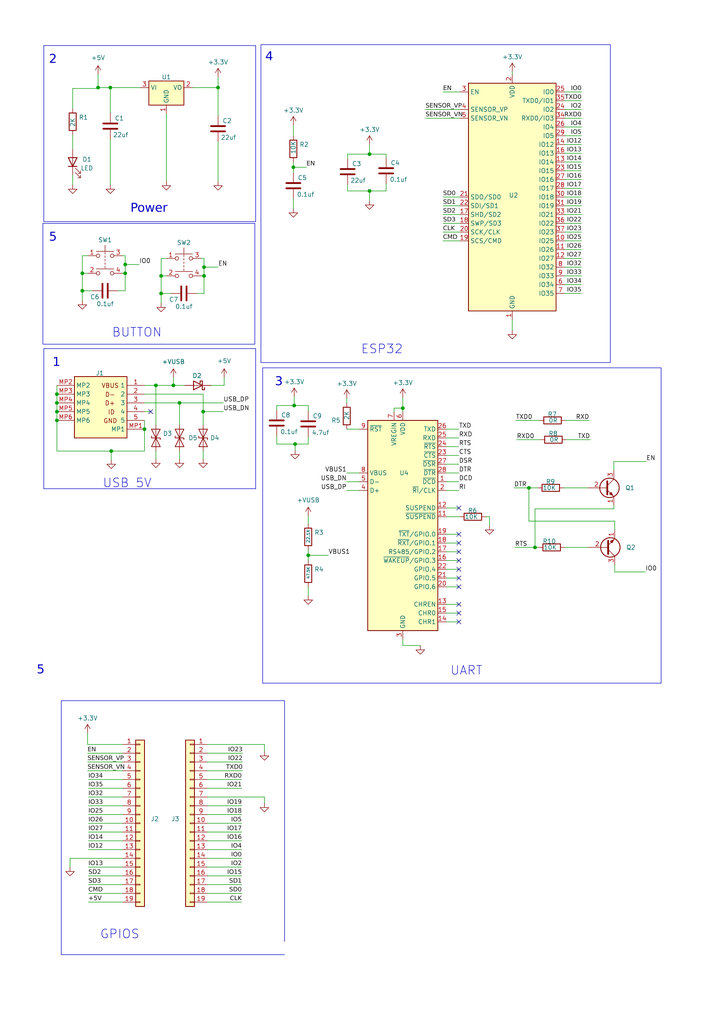
<source format=kicad_sch>
(kicad_sch (version 20230121) (generator eeschema)
  (paper "A4" portrait)
  (title_block (title " ESP32") (date "08/06/2023") (rev "V 2.0") (company "MecatronicosRD") (comment 1 "Jorge Luis Martinez Suarez"))
  (lib_symbols
    (symbol "Connector_Generic:Conn_01x19" (pin_names (offset 1.016) hide)
      (property "Reference" "J" (at 0 25.4 0))
      (property "Value" "Conn_01x19" (at 0 -25.4 0))
      (symbol "Conn_01x19_1_1"
        (rectangle (start -1.27 -22.733) (end 0 -22.987) (stroke (width 0.1524)))
        (rectangle (start -1.27 -20.193) (end 0 -20.447) (stroke (width 0.1524)))
        (rectangle (start -1.27 -17.653) (end 0 -17.907) (stroke (width 0.1524)))
        (rectangle (start -1.27 -15.113) (end 0 -15.367) (stroke (width 0.1524)))
        (rectangle (start -1.27 -12.573) (end 0 -12.827) (stroke (width 0.1524)))
        (rectangle (start -1.27 -10.033) (end 0 -10.287) (stroke (width 0.1524)))
        (rectangle (start -1.27 -7.493) (end 0 -7.747) (stroke (width 0.1524)))
        (rectangle (start -1.27 -4.953) (end 0 -5.207) (stroke (width 0.1524)))
        (rectangle (start -1.27 -2.413) (end 0 -2.667) (stroke (width 0.1524)))
        (rectangle (start -1.27 0.127) (end 0 -0.127) (stroke (width 0.1524)))
        (rectangle (start -1.27 2.667) (end 0 2.413) (stroke (width 0.1524)))
        (rectangle (start -1.27 5.207) (end 0 4.953) (stroke (width 0.1524)))
        (rectangle (start -1.27 7.747) (end 0 7.493) (stroke (width 0.1524)))
        (rectangle (start -1.27 10.287) (end 0 10.033) (stroke (width 0.1524)))
        (rectangle (start -1.27 12.827) (end 0 12.573) (stroke (width 0.1524)))
        (rectangle (start -1.27 15.367) (end 0 15.113) (stroke (width 0.1524)))
        (rectangle (start -1.27 17.907) (end 0 17.653) (stroke (width 0.1524)))
        (rectangle (start -1.27 20.447) (end 0 20.193) (stroke (width 0.1524)))
        (rectangle (start -1.27 22.987) (end 0 22.733) (stroke (width 0.1524)))
        (rectangle (start -1.27 24.13) (end 1.27 -24.13) (stroke (width 0.254)) (fill (type background)))
        (pin passive line (at -5.08 22.86 0) (length 3.81) (name "Pin_1") (number "1"))
        (pin passive line (at -5.08 0 0) (length 3.81) (name "Pin_10") (number "10"))
        (pin passive line (at -5.08 -2.54 0) (length 3.81) (name "Pin_11") (number "11"))
        (pin passive line (at -5.08 -5.08 0) (length 3.81) (name "Pin_12") (number "12"))
        (pin passive line (at -5.08 -7.62 0) (length 3.81) (name "Pin_13") (number "13"))
        (pin passive line (at -5.08 -10.16 0) (length 3.81) (name "Pin_14") (number "14"))
        (pin passive line (at -5.08 -12.7 0) (length 3.81) (name "Pin_15") (number "15"))
        (pin passive line (at -5.08 -15.24 0) (length 3.81) (name "Pin_16") (number "16"))
        (pin passive line (at -5.08 -17.78 0) (length 3.81) (name "Pin_17") (number "17"))
        (pin passive line (at -5.08 -20.32 0) (length 3.81) (name "Pin_18") (number "18"))
        (pin passive line (at -5.08 -22.86 0) (length 3.81) (name "Pin_19") (number "19"))
        (pin passive line (at -5.08 20.32 0) (length 3.81) (name "Pin_2") (number "2"))
        (pin passive line (at -5.08 17.78 0) (length 3.81) (name "Pin_3") (number "3"))
        (pin passive line (at -5.08 15.24 0) (length 3.81) (name "Pin_4") (number "4"))
        (pin passive line (at -5.08 12.7 0) (length 3.81) (name "Pin_5") (number "5"))
        (pin passive line (at -5.08 10.16 0) (length 3.81) (name "Pin_6") (number "6"))
        (pin passive line (at -5.08 7.62 0) (length 3.81) (name "Pin_7") (number "7"))
        (pin passive line (at -5.08 5.08 0) (length 3.81) (name "Pin_8") (number "8"))
        (pin passive line (at -5.08 2.54 0) (length 3.81) (name "Pin_9") (number "9"))
      )
    )
    (symbol "Device:C" (pin_numbers hide) (pin_names (offset 0.254))
      (property "Reference" "C" (at 0.635 2.54 0))
      (property "Value" "C" (at 0.635 -2.54 0))
      (symbol "C_0_1"
        (polyline (pts (xy -2.032 -0.762) (xy 2.032 -0.762)) (stroke (width 0.508)))
        (polyline (pts (xy -2.032 0.762) (xy 2.032 0.762)) (stroke (width 0.508)))
      )
      (symbol "C_1_1"
        (pin passive line (at 0 3.81 270) (length 2.794) (name "~") (number "1"))
        (pin passive line (at 0 -3.81 90) (length 2.794) (name "~") (number "2"))
      )
    )
    (symbol "Device:D_Schottky" (pin_numbers hide) (pin_names (offset 1.016) hide)
      (property "Reference" "D" (at 0 2.54 0))
      (property "Value" "D_Schottky" (at 0 -2.54 0))
      (symbol "D_Schottky_0_1"
        (polyline (pts (xy 1.27 0) (xy -1.27 0)))
        (polyline (pts (xy 1.27 1.27) (xy 1.27 -1.27) (xy -1.27 0) (xy 1.27 1.27)) (stroke (width 0.254)))
        (polyline (pts (xy -1.905 0.635) (xy -1.905 1.27) (xy -1.27 1.27) (xy -1.27 -1.27) (xy -0.635 -1.27) (xy -0.635 -0.635)) (stroke (width 0.254)))
      )
      (symbol "D_Schottky_1_1"
        (pin passive line (at -3.81 0 0) (length 2.54) (name "K") (number "1"))
        (pin passive line (at 3.81 0 180) (length 2.54) (name "A") (number "2"))
      )
    )
    (symbol "Device:LED" (pin_numbers hide) (pin_names (offset 1.016) hide)
      (property "Reference" "D" (at 0 2.54 0))
      (property "Value" "LED" (at 0 -2.54 0))
      (symbol "LED_0_1"
        (polyline (pts (xy -1.27 -1.27) (xy -1.27 1.27)) (stroke (width 0.254)))
        (polyline (pts (xy -1.27 0) (xy 1.27 0)))
        (polyline (pts (xy 1.27 -1.27) (xy 1.27 1.27) (xy -1.27 0) (xy 1.27 -1.27)) (stroke (width 0.254)))
        (polyline (pts (xy -3.048 -0.762) (xy -4.572 -2.286) (xy -3.81 -2.286) (xy -4.572 -2.286) (xy -4.572 -1.524)))
        (polyline (pts (xy -1.778 -0.762) (xy -3.302 -2.286) (xy -2.54 -2.286) (xy -3.302 -2.286) (xy -3.302 -1.524)))
      )
      (symbol "LED_1_1"
        (pin passive line (at -3.81 0 0) (length 2.54) (name "K") (number "1"))
        (pin passive line (at 3.81 0 180) (length 2.54) (name "A") (number "2"))
      )
    )
    (symbol "Device:R" (pin_numbers hide) (pin_names (offset 0))
      (property "Reference" "R" (at 2.032 0 90))
      (property "Value" "R" (at 0 0 90))
      (symbol "R_0_1"
        (rectangle (start -1.016 -2.54) (end 1.016 2.54) (stroke (width 0.254)))
      )
      (symbol "R_1_1"
        (pin passive line (at 0 3.81 270) (length 1.27) (name "~") (number "1"))
        (pin passive line (at 0 -3.81 90) (length 1.27) (name "~") (number "2"))
      )
    )
    (symbol "Diode:ESD9B3.3ST5G" (pin_numbers hide) (pin_names (offset 1.016) hide)
      (property "Reference" "D" (at 0 2.54 0))
      (property "Value" "ESD9B3.3ST5G" (at 0 -2.54 0))
      (symbol "ESD9B3.3ST5G_0_1"
        (polyline (pts (xy 1.27 0) (xy -1.27 0)))
        (polyline (pts (xy -2.54 -1.27) (xy 0 0) (xy -2.54 1.27) (xy -2.54 -1.27)) (stroke (width 0.2032)))
        (polyline (pts (xy 0.508 1.27) (xy 0 1.27) (xy 0 -1.27) (xy -0.508 -1.27)) (stroke (width 0.2032)))
        (polyline (pts (xy 2.54 1.27) (xy 2.54 -1.27) (xy 0 0) (xy 2.54 1.27)) (stroke (width 0.2032)))
      )
      (symbol "ESD9B3.3ST5G_1_1"
        (pin passive line (at -3.81 0 0) (length 2.54) (name "A1") (number "1"))
        (pin passive line (at 3.81 0 180) (length 2.54) (name "A2") (number "2"))
      )
    )
    (symbol "Interface_USB:CP2102N-Axx-xQFN28"
      (property "Reference" "U" (at -8.89 31.75 0))
      (property "Value" "CP2102N-Axx-xQFN28" (at 12.7 31.75 0))
      (symbol "CP2102N-Axx-xQFN28_0_1"
        (rectangle (start -10.16 30.48) (end 10.16 -30.48) (stroke (width 0.254)) (fill (type background)))
      )
      (symbol "CP2102N-Axx-xQFN28_1_1"
        (pin input line (at 12.7 12.7 180) (length 2.54) (name "~{DCD}") (number "1"))
        (pin no_connect line (at -10.16 -27.94 0) (length 2.54) hide (name "NC") (number "10"))
        (pin output line (at 12.7 2.54 180) (length 2.54) (name "~{SUSPEND}") (number "11"))
        (pin output line (at 12.7 5.08 180) (length 2.54) (name "SUSPEND") (number "12"))
        (pin output line (at 12.7 -22.86 180) (length 2.54) (name "CHREN") (number "13"))
        (pin output line (at 12.7 -27.94 180) (length 2.54) (name "CHR1") (number "14"))
        (pin output line (at 12.7 -25.4 180) (length 2.54) (name "CHR0") (number "15"))
        (pin bidirectional line (at 12.7 -10.16 180) (length 2.54) (name "~{WAKEUP}/GPIO.3") (number "16"))
        (pin bidirectional line (at 12.7 -7.62 180) (length 2.54) (name "RS485/GPIO.2") (number "17"))
        (pin bidirectional line (at 12.7 -5.08 180) (length 2.54) (name "~{RXT}/GPIO.1") (number "18"))
        (pin bidirectional line (at 12.7 -2.54 180) (length 2.54) (name "~{TXT}/GPIO.0") (number "19"))
        (pin bidirectional line (at 12.7 10.16 180) (length 2.54) (name "~{RI}/CLK") (number "2"))
        (pin bidirectional line (at 12.7 -17.78 180) (length 2.54) (name "GPIO.6") (number "20"))
        (pin bidirectional line (at 12.7 -15.24 180) (length 2.54) (name "GPIO.5") (number "21"))
        (pin bidirectional line (at 12.7 -12.7 180) (length 2.54) (name "GPIO.4") (number "22"))
        (pin input line (at 12.7 20.32 180) (length 2.54) (name "~{CTS}") (number "23"))
        (pin output line (at 12.7 22.86 180) (length 2.54) (name "~{RTS}") (number "24"))
        (pin input line (at 12.7 25.4 180) (length 2.54) (name "RXD") (number "25"))
        (pin output line (at 12.7 27.94 180) (length 2.54) (name "TXD") (number "26"))
        (pin input line (at 12.7 17.78 180) (length 2.54) (name "~{DSR}") (number "27"))
        (pin output line (at 12.7 15.24 180) (length 2.54) (name "~{DTR}") (number "28"))
        (pin passive line (at 0 -33.02 90) (length 2.54) hide (name "GND") (number "29"))
        (pin power_in line (at 0 -33.02 90) (length 2.54) (name "GND") (number "3"))
        (pin bidirectional line (at -12.7 10.16 0) (length 2.54) (name "D+") (number "4"))
        (pin bidirectional line (at -12.7 12.7 0) (length 2.54) (name "D-") (number "5"))
        (pin power_in line (at 0 33.02 270) (length 2.54) (name "VDD") (number "6"))
        (pin power_in line (at -2.54 33.02 270) (length 2.54) (name "VREGIN") (number "7"))
        (pin input line (at -12.7 15.24 0) (length 2.54) (name "VBUS") (number "8"))
        (pin input line (at -12.7 27.94 0) (length 2.54) (name "~{RST}") (number "9"))
      )
    )
    (symbol "RF_Module:ESP32-WROOM-32"
      (property "Reference" "U" (at -12.7 34.29 0))
      (property "Value" "ESP32-WROOM-32" (at 1.27 34.29 0))
      (symbol "ESP32-WROOM-32_0_1"
        (rectangle (start -12.7 33.02) (end 12.7 -33.02) (stroke (width 0.254)) (fill (type background)))
      )
      (symbol "ESP32-WROOM-32_1_1"
        (pin power_in line (at 0 -35.56 90) (length 2.54) (name "GND") (number "1"))
        (pin bidirectional line (at 15.24 -12.7 180) (length 2.54) (name "IO25") (number "10"))
        (pin bidirectional line (at 15.24 -15.24 180) (length 2.54) (name "IO26") (number "11"))
        (pin bidirectional line (at 15.24 -17.78 180) (length 2.54) (name "IO27") (number "12"))
        (pin bidirectional line (at 15.24 10.16 180) (length 2.54) (name "IO14") (number "13"))
        (pin bidirectional line (at 15.24 15.24 180) (length 2.54) (name "IO12") (number "14"))
        (pin passive line (at 0 -35.56 90) (length 2.54) hide (name "GND") (number "15"))
        (pin bidirectional line (at 15.24 12.7 180) (length 2.54) (name "IO13") (number "16"))
        (pin bidirectional line (at -15.24 -5.08 0) (length 2.54) (name "SHD/SD2") (number "17"))
        (pin bidirectional line (at -15.24 -7.62 0) (length 2.54) (name "SWP/SD3") (number "18"))
        (pin bidirectional line (at -15.24 -12.7 0) (length 2.54) (name "SCS/CMD") (number "19"))
        (pin power_in line (at 0 35.56 270) (length 2.54) (name "VDD") (number "2"))
        (pin bidirectional line (at -15.24 -10.16 0) (length 2.54) (name "SCK/CLK") (number "20"))
        (pin bidirectional line (at -15.24 0 0) (length 2.54) (name "SDO/SD0") (number "21"))
        (pin bidirectional line (at -15.24 -2.54 0) (length 2.54) (name "SDI/SD1") (number "22"))
        (pin bidirectional line (at 15.24 7.62 180) (length 2.54) (name "IO15") (number "23"))
        (pin bidirectional line (at 15.24 25.4 180) (length 2.54) (name "IO2") (number "24"))
        (pin bidirectional line (at 15.24 30.48 180) (length 2.54) (name "IO0") (number "25"))
        (pin bidirectional line (at 15.24 20.32 180) (length 2.54) (name "IO4") (number "26"))
        (pin bidirectional line (at 15.24 5.08 180) (length 2.54) (name "IO16") (number "27"))
        (pin bidirectional line (at 15.24 2.54 180) (length 2.54) (name "IO17") (number "28"))
        (pin bidirectional line (at 15.24 17.78 180) (length 2.54) (name "IO5") (number "29"))
        (pin input line (at -15.24 30.48 0) (length 2.54) (name "EN") (number "3"))
        (pin bidirectional line (at 15.24 0 180) (length 2.54) (name "IO18") (number "30"))
        (pin bidirectional line (at 15.24 -2.54 180) (length 2.54) (name "IO19") (number "31"))
        (pin no_connect line (at -12.7 -27.94 0) (length 2.54) hide (name "NC") (number "32"))
        (pin bidirectional line (at 15.24 -5.08 180) (length 2.54) (name "IO21") (number "33"))
        (pin bidirectional line (at 15.24 22.86 180) (length 2.54) (name "RXD0/IO3") (number "34"))
        (pin bidirectional line (at 15.24 27.94 180) (length 2.54) (name "TXD0/IO1") (number "35"))
        (pin bidirectional line (at 15.24 -7.62 180) (length 2.54) (name "IO22") (number "36"))
        (pin bidirectional line (at 15.24 -10.16 180) (length 2.54) (name "IO23") (number "37"))
        (pin passive line (at 0 -35.56 90) (length 2.54) hide (name "GND") (number "38"))
        (pin passive line (at 0 -35.56 90) (length 2.54) hide (name "GND") (number "39"))
        (pin input line (at -15.24 25.4 0) (length 2.54) (name "SENSOR_VP") (number "4"))
        (pin input line (at -15.24 22.86 0) (length 2.54) (name "SENSOR_VN") (number "5"))
        (pin input line (at 15.24 -25.4 180) (length 2.54) (name "IO34") (number "6"))
        (pin input line (at 15.24 -27.94 180) (length 2.54) (name "IO35") (number "7"))
        (pin bidirectional line (at 15.24 -20.32 180) (length 2.54) (name "IO32") (number "8"))
        (pin bidirectional line (at 15.24 -22.86 180) (length 2.54) (name "IO33") (number "9"))
      )
    )
    (symbol "Regulator_Linear:AMS1117-3.3"
      (property "Reference" "U" (at -3.81 3.175 0))
      (property "Value" "AMS1117-3.3" (at 0 3.175 0))
      (symbol "AMS1117-3.3_0_1"
        (rectangle (start -5.08 -5.08) (end 5.08 1.905) (stroke (width 0.254)) (fill (type background)))
      )
      (symbol "AMS1117-3.3_1_1"
        (pin power_in line (at 0 -7.62 90) (length 2.54) (name "GND") (number "1"))
        (pin power_out line (at 7.62 0 180) (length 2.54) (name "VO") (number "2"))
        (pin power_in line (at -7.62 0 0) (length 2.54) (name "VI") (number "3"))
      )
    )
    (symbol "Switch:SW_Push_Dual" (pin_names (offset 1.016) hide)
      (property "Reference" "SW2" (at 0 7.874 0))
      (property "Value" "SW_Push_Dual" (at 0 5.334 0))
      (symbol "SW_Push_Dual_0_1"
        (circle (center -2.032 -5.08) (radius 0.508))
        (circle (center -2.032 0) (radius 0.508))
        (polyline (pts (xy 0 -3.048) (xy 0 -3.556)))
        (polyline (pts (xy 0 -2.032) (xy 0 -2.54)))
        (polyline (pts (xy 0 -1.524) (xy 0 -1.016)))
        (polyline (pts (xy 0 -0.508) (xy 0 0)))
        (polyline (pts (xy 0 0.508) (xy 0 1.016)))
        (polyline (pts (xy 0 1.27) (xy 0 3.048)))
        (polyline (pts (xy 2.54 -3.81) (xy -2.54 -3.81)))
        (polyline (pts (xy 2.54 1.27) (xy -2.54 1.27)))
        (circle (center 2.032 -5.08) (radius 0.508))
        (circle (center 2.032 0) (radius 0.508))
        (pin passive line (at -5.08 0 0) (length 2.54) (name "1") (number "1"))
      )
      (symbol "SW_Push_Dual_1_1"
        (pin passive line (at -5.08 -5.08 0) (length 2.54) (name "2") (number "2"))
        (pin passive line (at 5.08 0 180) (length 2.54) (name "3") (number "3"))
        (pin passive line (at 5.08 -5.08 180) (length 2.54) (name "4") (number "4"))
      )
    )
    (symbol "Transistor_BJT:S8050" (pin_names (offset 0) hide)
      (property "Reference" "Q" (at 5.08 1.905 0))
      (property "Value" "S8050" (at 5.08 0 0))
      (symbol "S8050_0_1"
        (polyline (pts (xy 0 0) (xy 0.635 0)))
        (polyline (pts (xy 0.635 0.635) (xy 2.54 2.54)))
        (polyline (pts (xy 0.635 -0.635) (xy 2.54 -2.54) (xy 2.54 -2.54)))
        (polyline (pts (xy 0.635 1.905) (xy 0.635 -1.905) (xy 0.635 -1.905)) (stroke (width 0.508)))
        (polyline (pts (xy 1.27 -1.778) (xy 1.778 -1.27) (xy 2.286 -2.286) (xy 1.27 -1.778) (xy 1.27 -1.778)) (fill (type outline)))
        (circle (center 1.27 0) (radius 2.8194) (stroke (width 0.254)))
      )
      (symbol "S8050_1_1"
        (pin passive line (at 2.54 -5.08 90) (length 2.54) (name "E") (number "1"))
        (pin input line (at -5.08 0 0) (length 5.08) (name "B") (number "2"))
        (pin passive line (at 2.54 5.08 270) (length 2.54) (name "C") (number "3"))
      )
    )
    (symbol "miniUSB_10118192-0002LF:10118192-0002LF"
      (property "Reference" "J" (at 21.59 7.62 0))
      (property "Value" "10118192-0002LF" (at 21.59 5.08 0))
      (symbol "10118192-0002LF_1_1"
        (rectangle (start 5.08 2.54) (end 20.32 -15.24) (stroke (width 0.254)) (fill (type background)))
        (text "D+" (at 10.0076 -5.1308 0) (effects (font (size 1.27 1.27))))
        (text "D-" (at 9.9568 -2.6416 0) (effects (font (size 1.27 1.27))))
        (text "GND" (at 9.906 -10.2616 0) (effects (font (size 1.27 1.27))))
        (text "ID" (at 9.6012 -7.7216 0) (effects (font (size 1.27 1.27))))
        (text "VBUS" (at 9.9568 -0.0508 0) (effects (font (size 1.27 1.27))))
        (pin passive line (at 0 0 0) (length 5.08) (name "1") (number "1"))
        (pin passive line (at 0 -2.54 0) (length 5.08) (name "2") (number "2"))
        (pin passive line (at 0 -5.08 0) (length 5.08) (name "3") (number "3"))
        (pin passive line (at 0 -7.62 0) (length 5.08) (name "4") (number "4"))
        (pin passive line (at 0 -10.16 0) (length 5.08) (name "5") (number "5"))
        (pin passive line (at 0 -12.7 0) (length 5.08) (name "MP1") (number "MP1"))
        (pin passive line (at 25.4 0 180) (length 5.08) (name "MP2") (number "MP2"))
        (pin passive line (at 25.4 -2.54 180) (length 5.08) (name "MP3") (number "MP3"))
        (pin passive line (at 25.4 -5.08 180) (length 5.08) (name "MP4") (number "MP4"))
        (pin passive line (at 25.4 -7.62 180) (length 5.08) (name "MP5") (number "MP5"))
        (pin passive line (at 25.4 -10.16 180) (length 5.08) (name "MP6") (number "MP6"))
      )
    )
    (symbol "pdxlbs:+VUSB" (power) (pin_names (offset 0))
      (property "Value" "+VUSB" (at 0 3.81 0))
      (symbol "+VUSB_0_1"
        (polyline (pts (xy -0.762 1.27) (xy 0 2.54)))
        (polyline (pts (xy 0 0) (xy 0 2.54)))
        (polyline (pts (xy 0 2.54) (xy 0.762 1.27)))
      )
      (symbol "+VUSB_1_1"
        (pin power_in line (at 0 0 90) (length 0) hide (name "+VUSB") (number "1"))
      )
    )
    (symbol "power:+3.3V" (power) (pin_names (offset 0))
      (property "Value" "+3.3V" (at 0 3.556 0))
      (symbol "+3.3V_0_1"
        (polyline (pts (xy -0.762 1.27) (xy 0 2.54)))
        (polyline (pts (xy 0 0) (xy 0 2.54)))
        (polyline (pts (xy 0 2.54) (xy 0.762 1.27)))
      )
      (symbol "+3.3V_1_1"
        (pin power_in line (at 0 0 90) (length 0) hide (name "+3.3V") (number "1"))
      )
    )
    (symbol "power:+5V" (power) (pin_names (offset 0))
      (property "Value" "+5V" (at 0 3.556 0))
      (symbol "+5V_0_1"
        (polyline (pts (xy -0.762 1.27) (xy 0 2.54)))
        (polyline (pts (xy 0 0) (xy 0 2.54)))
        (polyline (pts (xy 0 2.54) (xy 0.762 1.27)))
      )
      (symbol "+5V_1_1"
        (pin power_in line (at 0 0 90) (length 0) hide (name "+5V") (number "1"))
      )
    )
    (symbol "power:GND" (power) (pin_names (offset 0))
      (property "Value" "GND" (at 0 -3.81 0))
      (symbol "GND_0_1"
        (polyline (pts (xy 0 0) (xy 0 -1.27) (xy 1.27 -1.27) (xy 0 -2.54) (xy -1.27 -1.27) (xy 0 -1.27)))
      )
      (symbol "GND_1_1"
        (pin power_in line (at 0 0 270) (length 0) hide (name "GND") (number "1"))
      )
    )
  )
  (junction (at 46.736 85.09))
  (junction (at 16.51 119.38))
  (junction (at 155.194 158.75))
  (junction (at 16.51 116.84))
  (junction (at 85.09 48.514))
  (junction (at 23.876 84.328))
  (junction (at 63.246 25.4))
  (junction (at 16.51 114.3))
  (junction (at 46.736 80.01))
  (junction (at 32.004 25.4))
  (junction (at 153.416 141.478))
  (junction (at 107.188 55.372))
  (junction (at 52.07 116.84))
  (junction (at 59.182 77.47))
  (junction (at 41.91 124.46))
  (junction (at 107.188 44.704))
  (junction (at 50.292 111.76))
  (junction (at 16.51 121.92))
  (junction (at 85.344 117.602))
  (junction (at 59.182 80.01))
  (junction (at 116.84 118.364))
  (junction (at 28.448 25.4))
  (junction (at 36.322 76.708))
  (junction (at 23.876 79.248))
  (junction (at 32.258 130.81))
  (junction (at 89.408 161.036))
  (junction (at 36.322 79.248))
  (junction (at 58.928 119.38))
  (junction (at 85.598 128.778))
  (junction (at 45.212 111.76))
  (no_connect (at 133.096 170.18))
  (no_connect (at 133.096 162.56))
  (no_connect (at 133.096 177.8))
  (no_connect (at 133.096 157.48))
  (no_connect (at 133.096 147.32))
  (no_connect (at 43.688 119.38))
  (no_connect (at 133.096 180.34))
  (no_connect (at 133.096 167.64))
  (no_connect (at 133.096 154.94))
  (no_connect (at 133.096 160.02))
  (no_connect (at 133.096 175.26))
  (no_connect (at 133.096 165.1))
  (wire (pts (xy 80.264 128.778) (xy 80.264 126.492)))
  (wire (pts (xy 114.3 118.364) (xy 116.84 118.364)))
  (polyline (pts (xy 73.914 64.77) (xy 73.914 99.822)))
  (wire (pts (xy 149.86 127.508) (xy 156.718 127.508)))
  (wire (pts (xy 70.104 233.68) (xy 60.198 233.68)))
  (wire (pts (xy 32.258 130.81) (xy 32.258 133.35)))
  (wire (pts (xy 128.524 26.67) (xy 133.35 26.67)))
  (wire (pts (xy 100.838 44.704) (xy 107.188 44.704)))
  (wire (pts (xy 41.91 114.3) (xy 58.928 114.3)))
  (wire (pts (xy 85.09 48.514) (xy 85.09 46.99)))
  (wire (pts (xy 178.308 151.13) (xy 178.308 153.67)))
  (wire (pts (xy 148.59 20.828) (xy 148.59 21.59)))
  (wire (pts (xy 63.246 25.4) (xy 63.246 33.528)))
  (wire (pts (xy 16.51 114.3) (xy 16.51 116.84)))
  (wire (pts (xy 63.246 41.148) (xy 63.246 52.578)))
  (wire (pts (xy 58.928 114.3) (xy 58.928 119.38)))
  (wire (pts (xy 100.838 45.974) (xy 100.838 44.704)))
  (wire (pts (xy 85.09 48.514) (xy 88.9 48.514)))
  (wire (pts (xy 149.606 121.92) (xy 156.464 121.92)))
  (wire (pts (xy 168.656 34.29) (xy 163.83 34.29)))
  (wire (pts (xy 85.09 57.658) (xy 85.09 60.452)))
  (wire (pts (xy 70.104 259.08) (xy 60.198 259.08)))
  (wire (pts (xy 164.084 121.92) (xy 170.942 121.92)))
  (wire (pts (xy 70.104 261.62) (xy 60.198 261.62)))
  (wire (pts (xy 59.182 74.93) (xy 58.42 74.93)))
  (wire (pts (xy 155.194 158.75) (xy 156.21 158.75)))
  (wire (pts (xy 70.358 218.44) (xy 60.198 218.44)))
  (wire (pts (xy 85.09 36.322) (xy 85.09 39.37)))
  (polyline (pts (xy 76.2 106.68) (xy 191.77 106.68)))
  (wire (pts (xy 23.876 79.248) (xy 23.876 84.328)))
  (wire (pts (xy 20.32 248.92) (xy 35.56 248.92)))
  (wire (pts (xy 28.448 25.4) (xy 32.004 25.4)))
  (wire (pts (xy 25.4 223.52) (xy 35.56 223.52)))
  (polyline (pts (xy 82.55 203.2) (xy 82.55 273.05)))
  (polyline (pts (xy 177.038 12.954) (xy 75.692 12.954)))
  (wire (pts (xy 45.212 130.81) (xy 45.212 133.096)))
  (wire (pts (xy 133.096 177.8) (xy 129.54 177.8)))
  (wire (pts (xy 116.84 118.364) (xy 116.84 119.38)))
  (wire (pts (xy 178.054 136.398) (xy 178.054 133.858)))
  (wire (pts (xy 168.656 69.85) (xy 163.83 69.85)))
  (wire (pts (xy 23.876 87.122) (xy 23.876 84.328)))
  (polyline (pts (xy 12.446 64.77) (xy 73.914 64.77)))
  (wire (pts (xy 168.656 64.77) (xy 163.83 64.77)))
  (wire (pts (xy 168.656 39.37) (xy 163.83 39.37)))
  (wire (pts (xy 16.51 121.92) (xy 16.51 130.81)))
  (wire (pts (xy 128.524 69.85) (xy 133.35 69.85)))
  (wire (pts (xy 133.096 147.32) (xy 129.54 147.32)))
  (wire (pts (xy 133.096 124.46) (xy 129.54 124.46)))
  (polyline (pts (xy 12.446 99.822) (xy 12.446 64.77)))
  (wire (pts (xy 128.524 67.31) (xy 133.35 67.31)))
  (wire (pts (xy 16.51 116.84) (xy 16.51 119.38)))
  (wire (pts (xy 46.736 80.01) (xy 46.736 85.09)))
  (wire (pts (xy 25.654 236.22) (xy 35.56 236.22)))
  (wire (pts (xy 58.928 130.81) (xy 58.928 133.096)))
  (wire (pts (xy 48.26 74.93) (xy 46.736 74.93)))
  (wire (pts (xy 133.096 154.94) (xy 129.54 154.94)))
  (wire (pts (xy 25.654 246.38) (xy 35.56 246.38)))
  (polyline (pts (xy 17.78 276.86) (xy 17.78 203.2)))
  (wire (pts (xy 41.91 111.76) (xy 45.212 111.76)))
  (wire (pts (xy 16.51 111.76) (xy 16.51 114.3)))
  (wire (pts (xy 55.88 25.4) (xy 63.246 25.4)))
  (wire (pts (xy 89.408 161.036) (xy 89.408 162.56)))
  (wire (pts (xy 25.654 256.54) (xy 35.56 256.54)))
  (wire (pts (xy 153.416 141.478) (xy 155.956 141.478)))
  (wire (pts (xy 20.32 251.46) (xy 20.32 248.92)))
  (wire (pts (xy 21.082 31.496) (xy 21.082 25.654)))
  (wire (pts (xy 168.656 74.93) (xy 163.83 74.93)))
  (wire (pts (xy 25.654 254) (xy 35.56 254)))
  (wire (pts (xy 25.654 241.3) (xy 35.56 241.3)))
  (wire (pts (xy 85.598 128.778) (xy 80.264 128.778)))
  (wire (pts (xy 63.246 77.47) (xy 59.182 77.47)))
  (wire (pts (xy 89.408 170.18) (xy 89.408 172.72)))
  (wire (pts (xy 25.654 243.84) (xy 35.56 243.84)))
  (wire (pts (xy 70.358 220.98) (xy 60.198 220.98)))
  (wire (pts (xy 60.198 231.14) (xy 76.708 231.14)))
  (wire (pts (xy 25.4 218.44) (xy 35.56 218.44)))
  (wire (pts (xy 32.004 25.4) (xy 40.64 25.4)))
  (wire (pts (xy 168.656 29.21) (xy 163.83 29.21)))
  (wire (pts (xy 16.51 130.81) (xy 32.258 130.81)))
  (wire (pts (xy 100.838 55.372) (xy 100.838 53.594)))
  (wire (pts (xy 50.292 111.76) (xy 53.594 111.76)))
  (wire (pts (xy 57.15 85.09) (xy 59.182 85.09)))
  (polyline (pts (xy 82.55 276.86) (xy 17.78 276.86)))
  (wire (pts (xy 46.736 85.09) (xy 49.53 85.09)))
  (wire (pts (xy 164.338 127.508) (xy 171.196 127.508)))
  (wire (pts (xy 21.082 25.654) (xy 28.448 25.654)))
  (wire (pts (xy 89.408 149.606) (xy 89.408 151.892)))
  (wire (pts (xy 116.84 115.316) (xy 116.84 118.364)))
  (polyline (pts (xy 76.2 198.12) (xy 76.2 106.68)))
  (wire (pts (xy 25.654 259.08) (xy 35.56 259.08)))
  (wire (pts (xy 34.29 84.328) (xy 36.322 84.328)))
  (wire (pts (xy 112.014 45.72) (xy 112.014 44.704)))
  (polyline (pts (xy 74.168 64.262) (xy 74.168 13.208)))
  (wire (pts (xy 133.096 129.54) (xy 129.54 129.54)))
  (wire (pts (xy 178.054 147.574) (xy 155.194 147.574)))
  (wire (pts (xy 21.082 50.8) (xy 21.082 53.594)))
  (wire (pts (xy 100.584 115.57) (xy 100.584 116.84)))
  (wire (pts (xy 128.524 62.23) (xy 133.35 62.23)))
  (wire (pts (xy 178.308 165.862) (xy 178.308 163.83)))
  (wire (pts (xy 168.656 59.69) (xy 163.83 59.69)))
  (wire (pts (xy 133.096 142.24) (xy 129.54 142.24)))
  (wire (pts (xy 76.708 217.932) (xy 76.708 215.9)))
  (wire (pts (xy 59.182 74.93) (xy 59.182 77.47)))
  (wire (pts (xy 133.096 139.7) (xy 129.54 139.7)))
  (polyline (pts (xy 74.168 101.092) (xy 74.168 141.732)))
  (wire (pts (xy 70.104 228.6) (xy 60.198 228.6)))
  (wire (pts (xy 52.07 116.84) (xy 64.77 116.84)))
  (wire (pts (xy 168.656 49.53) (xy 163.83 49.53)))
  (wire (pts (xy 70.104 254) (xy 60.198 254)))
  (wire (pts (xy 58.928 119.38) (xy 64.77 119.38)))
  (wire (pts (xy 25.4 220.98) (xy 35.56 220.98)))
  (polyline (pts (xy 12.7 64.262) (xy 74.168 64.262)))
  (wire (pts (xy 114.3 119.38) (xy 114.3 118.364)))
  (wire (pts (xy 28.448 25.654) (xy 28.448 25.4)))
  (wire (pts (xy 16.51 119.38) (xy 16.51 121.92)))
  (wire (pts (xy 25.654 233.68) (xy 35.56 233.68)))
  (wire (pts (xy 25.654 238.76) (xy 35.56 238.76)))
  (polyline (pts (xy 75.692 12.954) (xy 75.692 105.156)))
  (wire (pts (xy 36.322 79.248) (xy 36.322 84.328)))
  (wire (pts (xy 163.576 141.478) (xy 170.434 141.478)))
  (wire (pts (xy 168.656 46.99) (xy 163.83 46.99)))
  (wire (pts (xy 168.656 54.61) (xy 163.83 54.61)))
  (wire (pts (xy 70.104 241.3) (xy 60.198 241.3)))
  (wire (pts (xy 178.054 146.558) (xy 178.054 147.574)))
  (wire (pts (xy 129.54 149.86) (xy 133.35 149.86)))
  (wire (pts (xy 123.444 31.75) (xy 133.35 31.75)))
  (wire (pts (xy 41.91 119.38) (xy 43.688 119.38)))
  (wire (pts (xy 85.344 117.602) (xy 85.344 115.062)))
  (wire (pts (xy 140.97 149.86) (xy 141.986 149.86)))
  (wire (pts (xy 168.656 62.23) (xy 163.83 62.23)))
  (wire (pts (xy 168.656 44.45) (xy 163.83 44.45)))
  (polyline (pts (xy 73.914 99.822) (xy 12.446 99.822)))
  (wire (pts (xy 133.096 162.56) (xy 129.54 162.56)))
  (wire (pts (xy 48.26 33.02) (xy 48.26 52.578)))
  (wire (pts (xy 178.308 165.862) (xy 187.198 165.862)))
  (wire (pts (xy 59.182 80.01) (xy 59.182 85.09)))
  (wire (pts (xy 116.84 187.198) (xy 121.92 187.198)))
  (wire (pts (xy 168.656 36.83) (xy 163.83 36.83)))
  (wire (pts (xy 45.212 111.76) (xy 50.292 111.76)))
  (wire (pts (xy 58.928 119.38) (xy 58.928 123.19)))
  (wire (pts (xy 70.104 248.92) (xy 60.198 248.92)))
  (wire (pts (xy 100.584 137.16) (xy 104.14 137.16)))
  (wire (pts (xy 168.656 31.75) (xy 163.83 31.75)))
  (wire (pts (xy 128.524 59.69) (xy 133.35 59.69)))
  (wire (pts (xy 52.07 130.81) (xy 52.07 133.096)))
  (wire (pts (xy 28.448 21.59) (xy 28.448 25.4)))
  (wire (pts (xy 23.876 79.248) (xy 25.4 79.248)))
  (wire (pts (xy 70.104 243.84) (xy 60.198 243.84)))
  (wire (pts (xy 178.054 133.858) (xy 187.452 133.858)))
  (wire (pts (xy 168.656 82.55) (xy 163.83 82.55)))
  (wire (pts (xy 133.096 160.02) (xy 129.54 160.02)))
  (wire (pts (xy 168.656 77.47) (xy 163.83 77.47)))
  (wire (pts (xy 112.014 55.372) (xy 107.188 55.372)))
  (wire (pts (xy 25.4 215.9) (xy 35.56 215.9)))
  (wire (pts (xy 133.096 127) (xy 129.54 127)))
  (wire (pts (xy 133.096 132.08) (xy 129.54 132.08)))
  (wire (pts (xy 133.096 134.62) (xy 129.54 134.62)))
  (wire (pts (xy 23.876 74.168) (xy 23.876 79.248)))
  (wire (pts (xy 25.4 212.598) (xy 25.4 215.9)))
  (wire (pts (xy 46.736 80.01) (xy 48.26 80.01)))
  (wire (pts (xy 36.322 76.708) (xy 36.322 79.248)))
  (polyline (pts (xy 74.168 13.208) (xy 12.7 13.208)))
  (wire (pts (xy 133.096 175.26) (xy 129.54 175.26)))
  (wire (pts (xy 35.56 79.248) (xy 36.322 79.248)))
  (wire (pts (xy 89.408 119.126) (xy 89.408 117.602)))
  (wire (pts (xy 89.408 126.746) (xy 89.408 128.778)))
  (wire (pts (xy 65.024 111.76) (xy 65.024 109.474)))
  (wire (pts (xy 107.188 55.372) (xy 100.838 55.372)))
  (wire (pts (xy 163.83 158.75) (xy 170.688 158.75)))
  (wire (pts (xy 36.322 74.168) (xy 35.56 74.168)))
  (wire (pts (xy 149.352 158.75) (xy 155.194 158.75)))
  (wire (pts (xy 128.524 64.77) (xy 133.35 64.77)))
  (wire (pts (xy 70.104 238.76) (xy 60.198 238.76)))
  (wire (pts (xy 133.096 165.1) (xy 129.54 165.1)))
  (wire (pts (xy 80.264 118.872) (xy 80.264 117.602)))
  (wire (pts (xy 25.654 228.6) (xy 35.56 228.6)))
  (wire (pts (xy 50.292 109.474) (xy 50.292 111.76)))
  (wire (pts (xy 46.736 74.93) (xy 46.736 80.01)))
  (polyline (pts (xy 74.168 141.732) (xy 12.7 141.732)))
  (polyline (pts (xy 12.7 141.732) (xy 12.7 101.092)))
  (wire (pts (xy 61.214 111.76) (xy 65.024 111.76)))
  (wire (pts (xy 168.656 41.91) (xy 163.83 41.91)))
  (wire (pts (xy 116.84 185.42) (xy 116.84 187.198)))
  (polyline (pts (xy 177.038 12.954) (xy 177.038 105.156)))
  (wire (pts (xy 128.524 57.15) (xy 133.35 57.15)))
  (wire (pts (xy 155.194 147.574) (xy 155.194 158.75)))
  (wire (pts (xy 100.584 124.46) (xy 104.14 124.46)))
  (wire (pts (xy 168.656 72.39) (xy 163.83 72.39)))
  (wire (pts (xy 70.104 251.46) (xy 60.198 251.46)))
  (wire (pts (xy 41.91 130.81) (xy 32.258 130.81)))
  (wire (pts (xy 45.212 111.76) (xy 45.212 123.19)))
  (wire (pts (xy 25.654 231.14) (xy 35.56 231.14)))
  (wire (pts (xy 133.096 167.64) (xy 129.54 167.64)))
  (wire (pts (xy 23.876 84.328) (xy 26.67 84.328)))
  (wire (pts (xy 133.096 170.18) (xy 129.54 170.18)))
  (wire (pts (xy 70.104 236.22) (xy 60.198 236.22)))
  (wire (pts (xy 25.654 226.06) (xy 35.56 226.06)))
  (wire (pts (xy 107.188 44.704) (xy 107.188 41.91)))
  (wire (pts (xy 168.656 52.07) (xy 163.83 52.07)))
  (wire (pts (xy 178.308 151.13) (xy 153.416 151.13)))
  (wire (pts (xy 107.188 58.166) (xy 107.188 55.372)))
  (wire (pts (xy 100.584 142.24) (xy 104.14 142.24)))
  (wire (pts (xy 58.42 80.01) (xy 59.182 80.01)))
  (wire (pts (xy 168.656 80.01) (xy 163.83 80.01)))
  (wire (pts (xy 168.656 85.09) (xy 163.83 85.09)))
  (wire (pts (xy 168.656 26.67) (xy 163.83 26.67)))
  (wire (pts (xy 32.004 32.766) (xy 32.004 25.4)))
  (wire (pts (xy 133.096 180.34) (xy 129.54 180.34)))
  (wire (pts (xy 21.082 39.116) (xy 21.082 43.18)))
  (wire (pts (xy 153.416 151.13) (xy 153.416 141.478)))
  (wire (pts (xy 63.246 25.4) (xy 63.246 22.352)))
  (wire (pts (xy 112.014 44.704) (xy 107.188 44.704)))
  (wire (pts (xy 36.322 74.168) (xy 36.322 76.708)))
  (wire (pts (xy 25.654 261.62) (xy 35.56 261.62)))
  (wire (pts (xy 85.598 128.778) (xy 85.598 130.556)))
  (polyline (pts (xy 17.78 203.2) (xy 82.55 203.2)))
  (wire (pts (xy 148.59 92.71) (xy 148.59 95.758)))
  (wire (pts (xy 89.408 159.512) (xy 89.408 161.036)))
  (wire (pts (xy 52.07 116.84) (xy 52.07 123.19)))
  (wire (pts (xy 168.656 67.31) (xy 163.83 67.31)))
  (wire (pts (xy 100.584 139.7) (xy 104.14 139.7)))
  (wire (pts (xy 133.096 137.16) (xy 129.54 137.16)))
  (wire (pts (xy 133.096 157.48) (xy 129.54 157.48)))
  (wire (pts (xy 46.736 87.884) (xy 46.736 85.09)))
  (wire (pts (xy 70.358 223.52) (xy 60.198 223.52)))
  (wire (pts (xy 70.104 226.06) (xy 60.198 226.06)))
  (wire (pts (xy 89.408 128.778) (xy 85.598 128.778)))
  (wire (pts (xy 112.014 53.34) (xy 112.014 55.372)))
  (wire (pts (xy 70.104 246.38) (xy 60.198 246.38)))
  (wire (pts (xy 149.098 141.478) (xy 153.416 141.478)))
  (wire (pts (xy 59.182 77.47) (xy 59.182 80.01)))
  (wire (pts (xy 123.444 34.29) (xy 133.35 34.29)))
  (polyline (pts (xy 12.7 13.208) (xy 12.7 64.262)))
  (wire (pts (xy 85.09 50.038) (xy 85.09 48.514)))
  (polyline (pts (xy 191.77 106.68) (xy 191.77 198.12)))
  (wire (pts (xy 89.408 161.036) (xy 95.25 161.036)))
  (wire (pts (xy 60.198 215.9) (xy 76.708 215.9)))
  (wire (pts (xy 41.91 124.46) (xy 41.91 130.81)))
  (wire (pts (xy 168.656 57.15) (xy 163.83 57.15)))
  (wire (pts (xy 25.4 74.168) (xy 23.876 74.168)))
  (polyline (pts (xy 191.77 198.12) (xy 76.2 198.12)))
  (wire (pts (xy 70.104 256.54) (xy 60.198 256.54)))
  (wire (pts (xy 89.408 117.602) (xy 85.344 117.602)))
  (wire (pts (xy 25.654 251.46) (xy 35.56 251.46)))
  (wire (pts (xy 41.91 121.92) (xy 41.91 124.46)))
  (polyline (pts (xy 75.692 105.156) (xy 177.038 105.156)))
  (polyline (pts (xy 12.7 101.092) (xy 74.168 101.092)))
  (wire (pts (xy 141.986 149.86) (xy 141.986 152.4)))
  (wire (pts (xy 76.708 232.918) (xy 76.708 231.14)))
  (wire (pts (xy 41.91 116.84) (xy 52.07 116.84)))
  (wire (pts (xy 80.264 117.602) (xy 85.344 117.602)))
  (wire (pts (xy 40.386 76.708) (xy 36.322 76.708)))
  (wire (pts (xy 32.004 40.386) (xy 32.004 53.594)))
  (text "ESP32 " (at 104.648 102.87 0) (effects (font (size 2.54 2.54)) (justify left bottom)))
  (text " BUTTON" (at 30.48 98.044 0) (effects (font (size 2.54 2.54)) (justify left bottom)))
  (text "5" (at 14.224 71.12 0) (effects (font (size 2.54 2.54)) (justify left bottom)))
  (text "2" (at 14.224 19.558 0) (effects (font (size 2.54 2.54)) (justify left bottom)))
  (text "5" (at 10.668 196.596 0) (effects (font (size 2.54 2.54)) (justify left bottom)))
  (text "1" (at 15.24 107.442 0) (effects (font (size 2.54 2.54)) (justify left bottom)))
  (text "Power" (at 37.846 62.738 0) (effects (font (size 2.54 2.54)) (justify left bottom)))
  (text "USB 5V" (at 29.718 141.732 0) (effects (font (size 2.54 2.54)) (justify left bottom)))
  (text "4" (at 76.962 18.796 0) (effects (font (size 2.54 2.54)) (justify left bottom)))
  (text "GPIOS" (at 28.956 272.542 0) (effects (font (size 2.54 2.54)) (justify left bottom)))
  (text "UART" (at 130.556 196.088 0) (effects (font (size 2.54 2.54)) (justify left bottom)))
  (text "3" (at 79.756 113.03 0) (effects (font (size 2.54 2.54)) (justify left bottom)))
  (label "SD0" (at 128.524 57.15 0))
  (label "DTR" (at 149.098 141.478 0))
  (label "IO35" (at 25.654 228.6 0))
  (label "IO0" (at 70.104 248.92 180))
  (label "IO25" (at 168.656 69.85 180))
  (label "SD1" (at 128.524 59.69 0))
  (label "IO0" (at 187.198 165.862 0))
  (label "EN" (at 63.246 77.47 0))
  (label "IO16" (at 70.104 243.84 180))
  (label "IO32" (at 25.654 231.14 0))
  (label "EN" (at 128.524 26.67 0))
  (label "CLK" (at 70.104 261.62 180))
  (label "IO18" (at 168.656 57.15 180))
  (label "IO13" (at 25.654 251.46 0))
  (label "RXD0" (at 168.656 34.29 180))
  (label "IO27" (at 168.656 74.93 180))
  (label "IO33" (at 25.654 233.68 0))
  (label "IO34" (at 25.654 226.06 0))
  (label "TXD0" (at 70.358 223.52 180))
  (label "CLK" (at 128.524 67.31 0))
  (label "RXD0" (at 70.104 226.06 180))
  (label "IO5" (at 168.656 39.37 180))
  (label "IO32" (at 168.656 77.47 180))
  (label "IO12" (at 25.654 246.38 0))
  (label "IO2" (at 70.104 251.46 180))
  (label "CMD" (at 25.654 259.08 0))
  (label "IO0" (at 168.656 26.67 180))
  (label "IO17" (at 168.656 54.61 180))
  (label "RXD" (at 170.942 121.92 180))
  (label "CMD" (at 128.524 69.85 0))
  (label "SENSOR_VN" (at 123.444 34.29 0))
  (label "IO27" (at 25.654 241.3 0))
  (label "IO0" (at 40.386 76.708 0))
  (label "RTS" (at 149.352 158.75 0))
  (label "IO22" (at 168.656 64.77 180))
  (label "IO2" (at 168.656 31.75 180))
  (label "IO5" (at 70.104 238.76 180))
  (label "RI" (at 133.096 142.24 0))
  (label "DCD" (at 133.096 139.7 0))
  (label "IO23" (at 168.656 67.31 180))
  (label "USB_DP" (at 100.584 142.24 180))
  (label "IO25" (at 25.654 236.22 0))
  (label "IO19" (at 70.104 233.68 180))
  (label "DTR" (at 133.096 137.16 0))
  (label "SD2" (at 128.524 62.23 0))
  (label "IO15" (at 168.656 49.53 180))
  (label "IO34" (at 168.656 82.55 180))
  (label "USB_DP" (at 64.77 116.84 0))
  (label "DSR" (at 133.096 134.62 0))
  (label "IO14" (at 25.654 243.84 0))
  (label "IO17" (at 70.104 241.3 180))
  (label "EN" (at 25.4 218.44 0))
  (label "IO26" (at 25.654 238.76 0))
  (label "IO15" (at 70.104 254 180))
  (label "TXD0" (at 149.606 121.92 0))
  (label "VBUS1" (at 100.584 137.16 180))
  (label "TXD" (at 133.096 124.46 0))
  (label "SD3" (at 25.654 256.54 0))
  (label "IO16" (at 168.656 52.07 180))
  (label "TXD" (at 171.196 127.508 180))
  (label "+5V" (at 25.654 261.62 0))
  (label "RXD0" (at 149.86 127.508 0))
  (label "IO19" (at 168.656 59.69 180))
  (label "SENSOR_VP" (at 123.444 31.75 0))
  (label "SENSOR_VN" (at 25.4 223.52 0))
  (label "IO26" (at 168.656 72.39 180))
  (label "IO18" (at 70.104 236.22 180))
  (label "IO33" (at 168.656 80.01 180))
  (label "VBUS1" (at 95.25 161.036 0))
  (label "RXD" (at 133.096 127 0))
  (label "IO12" (at 168.656 41.91 180))
  (label "IO13" (at 168.656 44.45 180))
  (label "SD2" (at 25.654 254 0))
  (label "USB_DN" (at 64.77 119.38 0))
  (label "CTS" (at 133.096 132.08 0))
  (label "USB_DN" (at 100.584 139.7 180))
  (label "SENSOR_VP" (at 25.4 220.98 0))
  (label "IO21" (at 168.656 62.23 180))
  (label "SD3" (at 128.524 64.77 0))
  (label "IO22" (at 70.358 220.98 180))
  (label "IO14" (at 168.656 46.99 180))
  (label "SD1" (at 70.104 256.54 180))
  (label "IO4" (at 70.104 246.38 180))
  (label "IO21" (at 70.104 228.6 180))
  (label "IO23" (at 70.358 218.44 180))
  (label "RTS" (at 133.096 129.54 0))
  (label "IO35" (at 168.656 85.09 180))
  (label "EN" (at 88.9 48.514 0))
  (label "TXD0" (at 168.656 29.21 180))
  (label "IO4" (at 168.656 36.83 180))
  (label "EN" (at 187.452 133.858 0))
  (label "SD0" (at 70.104 259.08 180))
  (symbol (lib_id "Switch:SW_Push_Dual") (at 30.48 74.168 0) (unit 1)
    (property "Reference" "SW1" (at 30.48 69.596 0))
    (property "Value" "SW_Push_Dual" (effects hide))
    (property "Footprint" "LibKiCad:KMT021NGJLHS" (effects hide))
    (property "Datasheet" "https://www.mouser.com/datasheet/2/240/kmt0-3051134.pdf" (effects hide))
  )
  (symbol (lib_id "Device:R") (at 160.02 158.75 90) (unit 1)
    (property "Reference" "R10" (at 161.29 156.972 90) (effects (justify left)))
    (property "Value" "10K" (at 161.544 158.75 90) (effects (justify left)))
    (property "Footprint" "Resistor_SMD:R_0402_1005Metric_Pad0.72x0.64mm_HandSolder" (effects hide))
  )
  (symbol (lib_id "Device:C") (at 112.014 49.53 0) (unit 1)
    (property "Reference" "C4" (at 113.284 47.244 0) (effects (justify left)))
    (property "Value" "0.1uf" (at 113.03 52.07 0) (effects (justify left)))
    (property "Footprint" "Capacitor_SMD:C_0402_1005Metric_Pad0.74x0.62mm_HandSolder" (effects hide))
  )
  (symbol (lib_id "Device:LED") (at 21.082 46.99 90) (unit 1)
    (property "Reference" "D1" (at 23.876 46.228 90) (effects (justify right)))
    (property "Value" "LED" (at 23.368 48.768 90) (effects (justify right)))
    (property "Footprint" "LED_SMD:LED_0603_1608Metric_Pad1.05x0.95mm_HandSolder" (effects hide))
  )
  (symbol (lib_id "power:+3.3V") (at 25.4 212.598 0) (unit 1)
    (property "Reference" "#PWR029" (effects hide))
    (property "Value" "+3.3V" (at 25.4 208.28 0))
  )
  (symbol (lib_id "power:+5V") (at 28.448 21.59 0) (unit 1)
    (property "Reference" "#PWR01" (effects hide))
    (property "Value" "+5V" (at 28.448 16.764 0))
  )
  (symbol (lib_id "power:GND") (at 23.876 87.122 0) (unit 1)
    (property "Reference" "#PWR015" (effects hide))
    (property "Value" "GND" (effects hide))
  )
  (symbol (lib_id "miniUSB_10118192-0002LF:10118192-0002LF") (at 41.91 111.76 0) (mirror y) (unit 1)
    (property "Reference" "J1" (at 28.956 108.204 0))
    (property "Value" "10118192-0002LF" (effects hide))
    (property "Footprint" "LibKiCad:miniUSB_10118192-0002LF" (effects hide))
    (property "Datasheet" "https://www.amphenol-cs.com/media/wysiwyg/files/drawing/10118192.pdf" (effects hide))
    (property "Height" "3.05" (effects hide))
    (property "Mouser Part Number" "649-10118192-0002LF" (effects hide))
    (property "Mouser Price/Stock" "https://www.mouser.co.uk/ProductDetail/Amphenol-FCI/10118192-0002LF?qs=KVgMXE4aH4nIkuWlMxQzog%3D%3D" (effects hide))
    (property "Manufacturer_Name" "Amphenol Communications Solutions" (effects hide))
    (property "Manufacturer_Part_Number" "10118192-0002LF" (effects hide))
  )
  (symbol (lib_id "RF_Module:ESP32-WROOM-32") (at 148.59 57.15 0) (unit 1)
    (property "Reference" "U2" (at 147.574 56.642 0) (effects (justify left)))
    (property "Value" "ESP32-WROOM-32" (effects hide))
    (property "Footprint" "RF_Module:ESP32-WROOM-32" (effects hide))
    (property "Datasheet" "https://www.espressif.com/sites/default/files/documentation/esp32-wroom-32_datasheet_en.pdf" (effects hide))
  )
  (symbol (lib_id "Transistor_BJT:S8050") (at 175.514 141.478 0) (unit 1)
    (property "Reference" "Q1" (at 181.356 141.478 0) (effects (justify left)))
    (property "Value" "S8050" (effects hide))
    (property "Footprint" "Package_TO_SOT_SMD:SOT-23-3" (effects hide))
    (property "Datasheet" "http://www.unisonic.com.tw/datasheet/S8050.pdf" (effects hide))
  )
  (symbol (lib_id "power:GND") (at 20.32 251.46 0) (unit 1)
    (property "Reference" "#PWR032" (effects hide))
    (property "Value" "GND" (effects hide))
  )
  (symbol (lib_id "Device:C") (at 85.09 53.848 0) (unit 1)
    (property "Reference" "C5" (at 86.36 51.562 0) (effects (justify left)))
    (property "Value" "0.1uf" (at 86.106 56.388 0) (effects (justify left)))
    (property "Footprint" "Capacitor_SMD:C_0402_1005Metric_Pad0.74x0.62mm_HandSolder" (effects hide))
  )
  (symbol (lib_id "power:GND") (at 21.082 53.594 0) (unit 1)
    (property "Reference" "#PWR03" (effects hide))
    (property "Value" "GND" (effects hide))
  )
  (symbol (lib_id "Device:R") (at 137.16 149.86 90) (unit 1)
    (property "Reference" "R6" (at 138.43 148.082 90) (effects (justify left)))
    (property "Value" "10K" (at 138.684 149.86 90) (effects (justify left)))
    (property "Footprint" "Resistor_SMD:R_0402_1005Metric_Pad0.72x0.64mm_HandSolder" (effects hide))
  )
  (symbol (lib_id "power:GND") (at 32.258 133.35 0) (unit 1)
    (property "Reference" "#PWR017" (effects hide))
    (property "Value" "GND" (effects hide))
  )
  (symbol (lib_id "Device:R") (at 89.408 155.702 0) (unit 1)
    (property "Reference" "R3" (at 91.186 154.432 0) (effects (justify left)))
    (property "Value" "22.1K" (at 89.408 157.48 90) (effects (font (size 0.9 0.9)) (justify left)))
    (property "Footprint" "Resistor_SMD:R_0402_1005Metric_Pad0.72x0.64mm_HandSolder" (effects hide))
  )
  (symbol (lib_id "Connector_Generic:Conn_01x19") (at 40.64 238.76 0) (unit 1)
    (property "Reference" "J2" (at 43.688 237.49 0) (effects (justify left)))
    (property "Value" "Conn_01x19" (effects hide))
    (property "Footprint" "Connector_PinHeader_2.54mm:PinHeader_1x19_P2.54mm_Vertical" (effects hide))
  )
  (symbol (lib_id "Device:C") (at 100.838 49.784 0) (unit 1)
    (property "Reference" "C3" (at 102.108 47.498 0) (effects (justify left)))
    (property "Value" "22uf" (at 101.6 52.324 0) (effects (justify left)))
    (property "Footprint" "Capacitor_SMD:C_0603_1608Metric_Pad1.08x0.95mm_HandSolder" (effects hide))
  )
  (symbol (lib_id "power:GND") (at 121.92 187.198 0) (unit 1)
    (property "Reference" "#PWR028" (effects hide))
    (property "Value" "GND" (effects hide))
  )
  (symbol (lib_id "Device:C") (at 89.408 122.936 0) (unit 1)
    (property "Reference" "C9" (at 90.678 120.65 0) (effects (justify left)))
    (property "Value" "4.7uf" (at 90.424 125.476 0) (effects (justify left)))
    (property "Footprint" "Capacitor_SMD:C_0402_1005Metric_Pad0.74x0.62mm_HandSolder" (effects hide))
  )
  (symbol (lib_id "power:+3.3V") (at 100.584 115.57 0) (unit 1)
    (property "Reference" "#PWR026" (effects hide))
    (property "Value" "+3.3V" (at 100.584 111.252 0))
  )
  (symbol (lib_id "pdxlbs:+VUSB") (at 89.408 149.606 0) (unit 1)
    (property "Reference" "#PWR033" (effects hide))
    (property "Value" "+VUSB" (at 89.408 145.034 0))
  )
  (symbol (lib_id "power:GND") (at 85.09 60.452 0) (unit 1)
    (property "Reference" "#PWR010" (effects hide))
    (property "Value" "GND" (effects hide))
  )
  (symbol (lib_id "Regulator_Linear:AMS1117-3.3") (at 48.26 25.4 0) (unit 1)
    (property "Reference" "U1" (at 48.26 22.352 0))
    (property "Value" "AMS1117-3.3" (effects hide))
    (property "Footprint" "Package_TO_SOT_SMD:SOT-223-3_TabPin2" (effects hide))
    (property "Datasheet" "http://www.advanced-monolithic.com/pdf/ds1117.pdf" (effects hide))
  )
  (symbol (lib_id "power:+3.3V") (at 116.84 115.316 0) (unit 1)
    (property "Reference" "#PWR022" (effects hide))
    (property "Value" "+3.3V" (at 116.84 110.998 0))
  )
  (symbol (lib_id "power:GND") (at 63.246 52.578 0) (unit 1)
    (property "Reference" "#PWR06" (effects hide))
    (property "Value" "GND" (effects hide))
  )
  (symbol (lib_id "power:GND") (at 76.708 232.918 0) (unit 1)
    (property "Reference" "#PWR031" (effects hide))
    (property "Value" "GND" (effects hide))
  )
  (symbol (lib_id "Device:R") (at 160.528 127.508 90) (unit 1)
    (property "Reference" "R8" (at 161.798 125.73 90) (effects (justify left)))
    (property "Value" "0R" (at 162.052 127.508 90) (effects (justify left)))
    (property "Footprint" "Resistor_SMD:R_0402_1005Metric_Pad0.72x0.64mm_HandSolder" (effects hide))
  )
  (symbol (lib_id "Interface_USB:CP2102N-Axx-xQFN28") (at 116.84 152.4 0) (unit 1)
    (property "Reference" "U4" (at 115.824 137.16 0) (effects (justify left)))
    (property "Value" "CP2102N-Axx-xQFN28" (effects hide))
    (property "Footprint" "KiCad:QFN50P500X500X80-29N-D" (effects hide))
    (property "Datasheet" "https://www.silabs.com/documents/public/data-sheets/cp2102n-datasheet.pdf" (effects hide))
  )
  (symbol (lib_id "power:GND") (at 45.212 133.096 0) (unit 1)
    (property "Reference" "#PWR018" (effects hide))
    (property "Value" "GND" (effects hide))
  )
  (symbol (lib_id "power:GND") (at 48.26 52.578 0) (unit 1)
    (property "Reference" "#PWR05" (effects hide))
    (property "Value" "GND" (effects hide))
  )
  (symbol (lib_id "Device:R") (at 85.09 43.18 0) (unit 1)
    (property "Reference" "R2" (at 86.868 41.91 0) (effects (justify left)))
    (property "Value" "10K" (at 85.09 44.704 90) (effects (justify left)))
    (property "Footprint" "Resistor_SMD:R_0402_1005Metric_Pad0.72x0.64mm_HandSolder" (effects hide))
  )
  (symbol (lib_id "Device:C") (at 63.246 37.338 0) (unit 1)
    (property "Reference" "C2" (at 64.516 35.052 0) (effects (justify left)))
    (property "Value" "22uf" (at 64.008 39.878 0) (effects (justify left)))
    (property "Footprint" "Capacitor_SMD:C_0603_1608Metric_Pad1.08x0.95mm_HandSolder" (effects hide))
  )
  (symbol (lib_id "Device:C") (at 80.264 122.682 0) (unit 1)
    (property "Reference" "C8" (at 81.534 120.396 0) (effects (justify left)))
    (property "Value" "0.1uf" (at 81.28 125.222 0) (effects (justify left)))
    (property "Footprint" "Capacitor_SMD:C_0402_1005Metric_Pad0.74x0.62mm_HandSolder" (effects hide))
  )
  (symbol (lib_id "power:GND") (at 52.07 133.096 0) (unit 1)
    (property "Reference" "#PWR019" (effects hide))
    (property "Value" "GND" (effects hide))
  )
  (symbol (lib_id "power:+3.3V") (at 63.246 22.352 0) (unit 1)
    (property "Reference" "#PWR02" (effects hide))
    (property "Value" "+3.3V" (at 63.246 18.034 0))
  )
  (symbol (lib_id "Device:R") (at 89.408 166.37 0) (unit 1)
    (property "Reference" "R4" (at 91.186 165.1 0) (effects (justify left)))
    (property "Value" "47.5K" (at 89.408 167.894 90) (effects (font (size 0.8 0.8)) (justify left)))
    (property "Footprint" "Resistor_SMD:R_0402_1005Metric_Pad0.72x0.64mm_HandSolder" (effects hide))
  )
  (symbol (lib_id "Device:C") (at 32.004 36.576 0) (unit 1)
    (property "Reference" "C1" (at 33.274 34.29 0) (effects (justify left)))
    (property "Value" "22uf" (at 32.766 39.116 0) (effects (justify left)))
    (property "Footprint" "Capacitor_SMD:C_0603_1608Metric_Pad1.08x0.95mm_HandSolder" (effects hide))
  )
  (symbol (lib_id "power:GND") (at 89.408 172.72 0) (unit 1)
    (property "Reference" "#PWR025" (effects hide))
    (property "Value" "GND" (effects hide))
  )
  (symbol (lib_id "power:GND") (at 141.986 152.4 0) (unit 1)
    (property "Reference" "#PWR027" (effects hide))
    (property "Value" "GND" (effects hide))
  )
  (symbol (lib_id "power:GND") (at 46.736 87.884 0) (unit 1)
    (property "Reference" "#PWR013" (effects hide))
    (property "Value" "GND" (effects hide))
  )
  (symbol (lib_id "power:+5V") (at 65.024 109.474 0) (unit 1)
    (property "Reference" "#PWR021" (effects hide))
    (property "Value" "+5V" (at 65.024 104.648 0))
  )
  (symbol (lib_id "Transistor_BJT:S8050") (at 175.768 158.75 0) (mirror x) (unit 1)
    (property "Reference" "Q2" (at 181.61 158.75 0) (effects (justify left)))
    (property "Value" "S8050" (effects hide))
    (property "Footprint" "Package_TO_SOT_SMD:SOT-23-3" (effects hide))
    (property "Datasheet" "http://www.unisonic.com.tw/datasheet/S8050.pdf" (effects hide))
  )
  (symbol (lib_id "power:+3.3V") (at 148.59 20.828 0) (unit 1)
    (property "Reference" "#PWR07" (effects hide))
    (property "Value" "+3.3V" (at 148.59 16.51 0))
  )
  (symbol (lib_id "power:+3.3V") (at 85.344 115.062 0) (unit 1)
    (property "Reference" "#PWR024" (effects hide))
    (property "Value" "+3.3V" (at 85.344 110.744 0))
  )
  (symbol (lib_id "power:GND") (at 148.59 95.758 0) (unit 1)
    (property "Reference" "#PWR012" (effects hide))
    (property "Value" "GND" (effects hide))
  )
  (symbol (lib_id "Device:R") (at 159.766 141.478 90) (unit 1)
    (property "Reference" "R9" (at 161.036 139.7 90) (effects (justify left)))
    (property "Value" "10K" (at 161.29 141.478 90) (effects (justify left)))
    (property "Footprint" "Resistor_SMD:R_0402_1005Metric_Pad0.72x0.64mm_HandSolder" (effects hide))
  )
  (symbol (lib_id "power:GND") (at 76.708 217.932 0) (unit 1)
    (property "Reference" "#PWR030" (effects hide))
    (property "Value" "GND" (effects hide))
  )
  (symbol (lib_id "Diode:ESD9B3.3ST5G") (at 58.928 127 90) (unit 1)
    (property "Reference" "D4" (at 60.96 127 90) (effects (justify right)))
    (property "Value" "ESD9B3.3ST5G" (effects hide))
    (property "Footprint" "Diode_SMD:D_SOD-523" (effects hide))
    (property "Datasheet" "https://www.onsemi.com/pub/Collateral/ESD9B-D.PDF" (effects hide))
  )
  (symbol (lib_id "power:GND") (at 107.188 58.166 0) (unit 1)
    (property "Reference" "#PWR011" (effects hide))
    (property "Value" "GND" (effects hide))
  )
  (symbol (lib_id "power:GND") (at 85.598 130.556 0) (unit 1)
    (property "Reference" "#PWR023" (effects hide))
    (property "Value" "GND" (effects hide))
  )
  (symbol (lib_id "Device:R") (at 100.584 120.65 180) (unit 1)
    (property "Reference" "R5" (at 98.806 121.92 0) (effects (justify left)))
    (property "Value" "2K" (at 100.584 119.126 90) (effects (justify left)))
    (property "Footprint" "Resistor_SMD:R_0402_1005Metric_Pad0.72x0.64mm_HandSolder" (effects hide))
  )
  (symbol (lib_id "Device:C") (at 53.34 85.09 270) (unit 1)
    (property "Reference" "C7" (at 49.022 86.868 90) (effects (justify left)))
    (property "Value" "0.1uf" (at 50.8 88.9 90) (effects (justify left)))
    (property "Footprint" "Capacitor_SMD:C_0402_1005Metric_Pad0.74x0.62mm_HandSolder" (effects hide))
  )
  (symbol (lib_id "power:GND") (at 58.928 133.096 0) (unit 1)
    (property "Reference" "#PWR020" (effects hide))
    (property "Value" "GND" (effects hide))
  )
  (symbol (lib_id "power:+3.3V") (at 107.188 41.91 0) (unit 1)
    (property "Reference" "#PWR08" (effects hide))
    (property "Value" "+3.3V" (at 107.188 37.592 0))
  )
  (symbol (lib_id "Device:C") (at 30.48 84.328 270) (unit 1)
    (property "Reference" "C6" (at 26.162 86.106 90) (effects (justify left)))
    (property "Value" "0.1uf" (at 27.94 88.138 90) (effects (justify left)))
    (property "Footprint" "Capacitor_SMD:C_0402_1005Metric_Pad0.74x0.62mm_HandSolder" (effects hide))
  )
  (symbol (lib_id "Connector_Generic:Conn_01x19") (at 55.118 238.76 0) (mirror y) (unit 1)
    (property "Reference" "J3" (at 52.07 237.49 0) (effects (justify left)))
    (property "Value" "Conn_01x19" (effects hide))
    (property "Footprint" "Connector_PinHeader_2.54mm:PinHeader_1x19_P2.54mm_Vertical" (effects hide))
  )
  (symbol (lib_id "Device:R") (at 21.082 35.306 0) (unit 1)
    (property "Reference" "R1" (at 22.86 34.036 0) (effects (justify left)))
    (property "Value" "2K" (at 21.082 36.83 90) (effects (justify left)))
    (property "Footprint" "Resistor_SMD:R_0402_1005Metric_Pad0.72x0.64mm_HandSolder" (effects hide))
  )
  (symbol (lib_id "Diode:ESD9B3.3ST5G") (at 45.212 127 90) (unit 1)
    (property "Reference" "D3" (at 47.244 125.73 90) (effects (justify right)))
    (property "Value" "ESD9B3.3ST5G" (effects hide))
    (property "Footprint" "Diode_SMD:D_SOD-523" (effects hide))
    (property "Datasheet" "https://www.onsemi.com/pub/Collateral/ESD9B-D.PDF" (effects hide))
  )
  (symbol (lib_id "Device:R") (at 160.274 121.92 90) (unit 1)
    (property "Reference" "R7" (at 161.544 120.142 90) (effects (justify left)))
    (property "Value" "0R" (at 161.798 121.92 90) (effects (justify left)))
    (property "Footprint" "Resistor_SMD:R_0402_1005Metric_Pad0.72x0.64mm_HandSolder" (effects hide))
  )
  (symbol (lib_id "Device:D_Schottky") (at 57.404 111.76 180) (unit 1)
    (property "Reference" "D2" (at 57.15 108.966 0))
    (property "Value" "D_Schottky" (effects hide))
    (property "Footprint" "Diode_SMD:D_SOD-323_HandSoldering" (effects hide))
  )
  (symbol (lib_id "power:+3.3V") (at 85.09 36.322 0) (unit 1)
    (property "Reference" "#PWR09" (effects hide))
    (property "Value" "+3.3V" (at 85.09 32.004 0))
  )
  (symbol (lib_id "power:GND") (at 32.004 53.594 0) (unit 1)
    (property "Reference" "#PWR04" (effects hide))
    (property "Value" "GND" (effects hide))
  )
  (symbol (lib_id "Switch:SW_Push_Dual") (at 53.34 74.93 0) (unit 1)
    (property "Reference" "SW2" (at 53.34 70.358 0))
    (property "Value" "SW_Push_Dual" (effects hide))
    (property "Footprint" "LibKiCad:KMT021NGJLHS" (effects hide))
    (property "Datasheet" "https://www.mouser.com/datasheet/2/240/kmt0-3051134.pdf" (effects hide))
  )
  (symbol (lib_id "pdxlbs:+VUSB") (at 50.292 109.474 0) (unit 1)
    (property "Reference" "#PWR034" (effects hide))
    (property "Value" "+VUSB" (at 50.292 104.902 0))
  )
  (symbol (lib_id "Diode:ESD9B3.3ST5G") (at 52.07 127 90) (unit 1)
    (property "Reference" "D5" (at 54.61 127 90) (effects (justify right)))
    (property "Value" "ESD9B3.3ST5G" (effects hide))
    (property "Footprint" "Diode_SMD:D_SOD-523" (effects hide))
    (property "Datasheet" "https://www.onsemi.com/pub/Collateral/ESD9B-D.PDF" (effects hide))
  )
)
</source>
